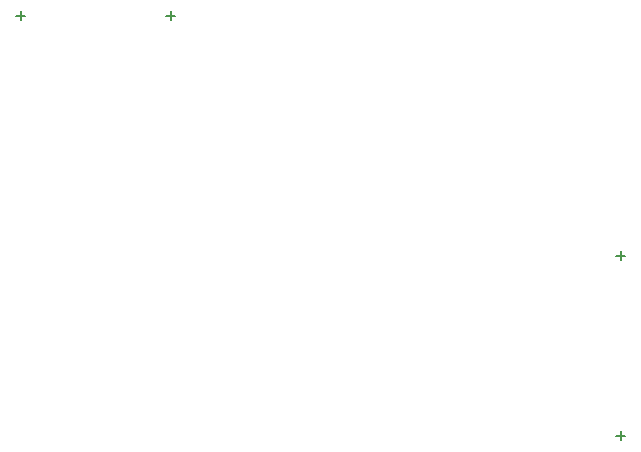
<source format=gbr>
%TF.GenerationSoftware,Altium Limited,Altium Designer,22.0.2 (36)*%
G04 Layer_Color=128*
%FSLAX26Y26*%
%MOIN*%
%TF.SameCoordinates,7BA50452-179E-4B83-BCF9-F7DA3196338A*%
%TF.FilePolarity,Positive*%
%TF.FileFunction,Drillmap*%
%TF.Part,Single*%
G01*
G75*
%TA.AperFunction,NonConductor*%
%ADD21C,0.005000*%
D21*
X2185000Y900000D02*
X2215000D01*
X2200000Y885000D02*
Y915000D01*
X2185000Y300000D02*
X2215000D01*
X2200000Y285000D02*
Y315000D01*
X185000Y1700000D02*
X215000D01*
X200000Y1685000D02*
Y1715000D01*
X685000Y1700000D02*
X715000D01*
X700000Y1685000D02*
Y1715000D01*
%TF.MD5,a082dc4b35f594ae713da46bc71aafd2*%
M02*

</source>
